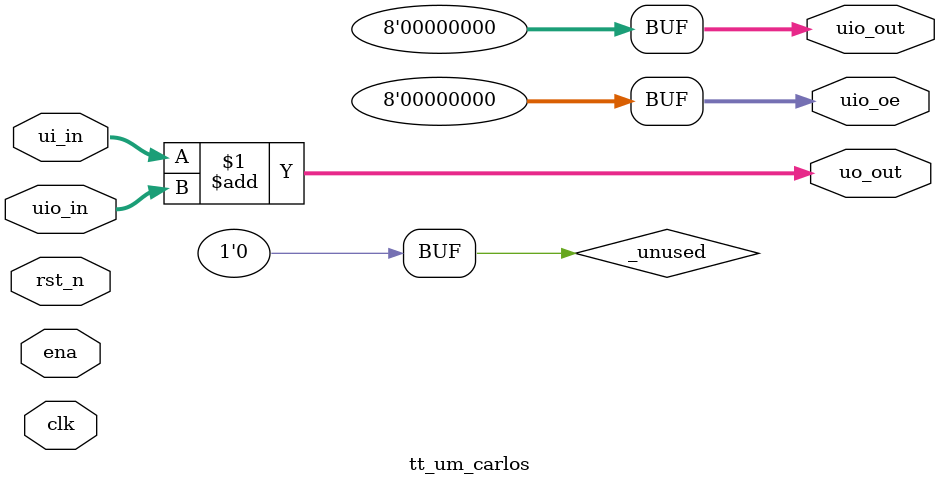
<source format=v>
/*
 * Copyright (c) 2024 Your Name
 * SPDX-License-Identifier: Apache-2.0
 */

`default_nettype none

module tt_um_carlos (
    input  wire [7:0] ui_in,    // Dedicated inputs
    output wire [7:0] uo_out,   // Dedicated outputs
    input  wire [7:0] uio_in,   // IOs: Input path
    output wire [7:0] uio_out,  // IOs: Output path
    output wire [7:0] uio_oe,   // IOs: Enable path (active high: 0=input, 1=output)
    input  wire       ena,      // always 1 when the design is powered, so you can ignore it
    input  wire       clk,      // clock
    input  wire       rst_n     // reset_n - low to reset
);

  // All output pins must be assigned. If not used, assign to 0.
  assign uo_out  = ui_in + uio_in;  // Example: ou_out is the sum of ui_in and uio_in
  assign uio_out = 0;
  assign uio_oe  = 0;

  // List all unused inputs to prevent warnings
  wire _unused = &{ena, clk, rst_n, 1'b0};

endmodule

</source>
